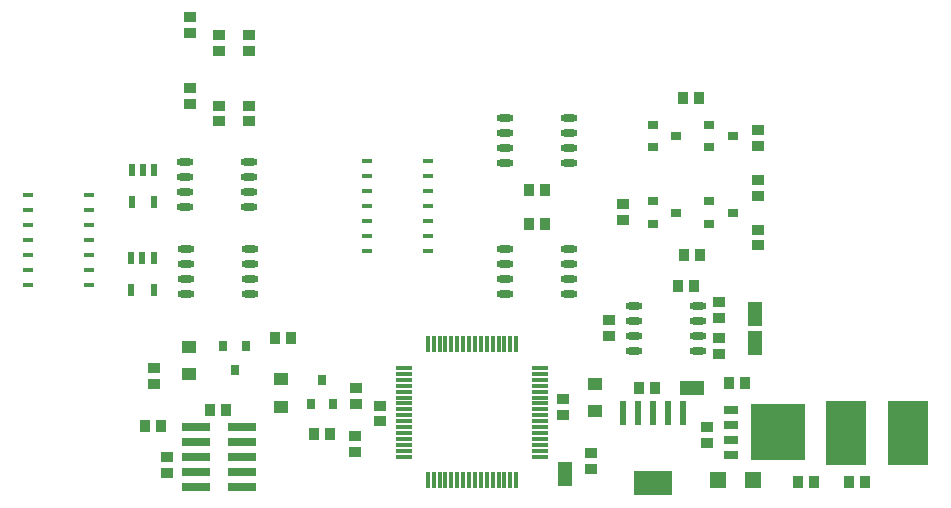
<source format=gtp>
G04*
G04 #@! TF.GenerationSoftware,Altium Limited,Altium Designer,19.0.14 (431)*
G04*
G04 Layer_Color=8421504*
%FSLAX25Y25*%
%MOIN*%
G70*
G01*
G75*
%ADD16R,0.03500X0.01654*%
%ADD17O,0.05709X0.02362*%
%ADD18R,0.03543X0.03937*%
%ADD19R,0.03543X0.03150*%
%ADD20R,0.03937X0.03543*%
%ADD21R,0.03150X0.03543*%
%ADD22R,0.05118X0.04331*%
%ADD23R,0.09449X0.02992*%
%ADD24R,0.08071X0.04528*%
%ADD25R,0.04528X0.08071*%
%ADD26R,0.05315X0.01181*%
%ADD27R,0.01181X0.05315*%
%ADD28R,0.02362X0.08268*%
%ADD29R,0.12598X0.08268*%
%ADD30R,0.18110X0.18504*%
%ADD31R,0.04528X0.02756*%
%ADD32R,0.05315X0.05709*%
%ADD33R,0.13780X0.21457*%
%ADD34R,0.02362X0.03937*%
D16*
X201575Y84008D02*
D03*
Y89008D02*
D03*
Y94008D02*
D03*
Y99008D02*
D03*
Y104008D02*
D03*
Y109008D02*
D03*
Y114008D02*
D03*
X181102Y84008D02*
D03*
Y89008D02*
D03*
Y94008D02*
D03*
Y99008D02*
D03*
Y104008D02*
D03*
Y109008D02*
D03*
Y114008D02*
D03*
X68110Y102795D02*
D03*
Y97795D02*
D03*
Y92795D02*
D03*
Y87795D02*
D03*
Y82795D02*
D03*
Y77795D02*
D03*
Y72795D02*
D03*
X88583Y102795D02*
D03*
Y97795D02*
D03*
Y92795D02*
D03*
Y87795D02*
D03*
Y82795D02*
D03*
Y77795D02*
D03*
Y72795D02*
D03*
D17*
X248524Y113366D02*
D03*
Y118366D02*
D03*
Y123366D02*
D03*
Y128366D02*
D03*
X227067Y113366D02*
D03*
Y118366D02*
D03*
Y123366D02*
D03*
Y128366D02*
D03*
X248524Y69621D02*
D03*
Y74621D02*
D03*
Y79621D02*
D03*
Y84621D02*
D03*
X227067Y69621D02*
D03*
Y74621D02*
D03*
Y79621D02*
D03*
Y84621D02*
D03*
X120374Y113799D02*
D03*
Y108799D02*
D03*
Y103799D02*
D03*
Y98799D02*
D03*
X141831Y113799D02*
D03*
Y108799D02*
D03*
Y103799D02*
D03*
Y98799D02*
D03*
X120768Y84665D02*
D03*
Y79665D02*
D03*
Y74665D02*
D03*
Y69665D02*
D03*
X142224Y84665D02*
D03*
Y79665D02*
D03*
Y74665D02*
D03*
Y69665D02*
D03*
X291437Y50768D02*
D03*
Y55768D02*
D03*
Y60768D02*
D03*
Y65768D02*
D03*
X269980Y50768D02*
D03*
Y55768D02*
D03*
Y60768D02*
D03*
Y65768D02*
D03*
D18*
X240453Y93110D02*
D03*
X235138D02*
D03*
X240453Y104331D02*
D03*
X235138D02*
D03*
X292028Y82677D02*
D03*
X286713D02*
D03*
X150492Y54991D02*
D03*
X155807D02*
D03*
X277067Y38583D02*
D03*
X271752D02*
D03*
X290059Y72441D02*
D03*
X284744D02*
D03*
X301673Y40157D02*
D03*
X306988D02*
D03*
X107185Y25591D02*
D03*
X112500D02*
D03*
X134153Y31102D02*
D03*
X128839D02*
D03*
X163484Y23071D02*
D03*
X168799D02*
D03*
X330217Y6968D02*
D03*
X324902D02*
D03*
X347146D02*
D03*
X341831D02*
D03*
X286417Y135039D02*
D03*
X291732D02*
D03*
D19*
X276378Y100591D02*
D03*
Y93110D02*
D03*
X284252Y96850D02*
D03*
X295276Y100591D02*
D03*
Y93110D02*
D03*
X303150Y96850D02*
D03*
X276378Y126181D02*
D03*
Y118701D02*
D03*
X284252Y122441D02*
D03*
X295276Y126181D02*
D03*
Y118701D02*
D03*
X303150Y122441D02*
D03*
D20*
X311319Y91240D02*
D03*
Y85925D02*
D03*
Y107677D02*
D03*
Y102362D02*
D03*
X311417Y118996D02*
D03*
Y124311D02*
D03*
X255906Y16831D02*
D03*
Y11516D02*
D03*
X261811Y60925D02*
D03*
Y55610D02*
D03*
X298425Y66929D02*
D03*
Y61614D02*
D03*
Y55118D02*
D03*
Y49803D02*
D03*
X114567Y9958D02*
D03*
Y15273D02*
D03*
X177165Y17028D02*
D03*
Y22343D02*
D03*
X177559Y33169D02*
D03*
Y38484D02*
D03*
X110236Y45177D02*
D03*
Y39862D02*
D03*
X185433Y32579D02*
D03*
Y27264D02*
D03*
X246457Y34646D02*
D03*
Y29331D02*
D03*
X294488Y20177D02*
D03*
Y25492D02*
D03*
X122047Y162106D02*
D03*
Y156791D02*
D03*
Y138484D02*
D03*
Y133169D02*
D03*
X131890Y156201D02*
D03*
Y150886D02*
D03*
X141732D02*
D03*
Y156201D02*
D03*
X131890Y132579D02*
D03*
Y127264D02*
D03*
X141732D02*
D03*
Y132579D02*
D03*
X266392Y94291D02*
D03*
Y99606D02*
D03*
D21*
X140748Y52362D02*
D03*
X133268D02*
D03*
X137008Y44488D02*
D03*
X166142Y40945D02*
D03*
X169882Y33071D02*
D03*
X162402D02*
D03*
D22*
X121653Y52165D02*
D03*
Y43110D02*
D03*
X257087Y39764D02*
D03*
Y30709D02*
D03*
X152362Y32228D02*
D03*
Y41283D02*
D03*
D23*
X124213Y25354D02*
D03*
X139567D02*
D03*
X124213Y20354D02*
D03*
X139567D02*
D03*
X124213Y15354D02*
D03*
X139567D02*
D03*
X124213Y10354D02*
D03*
X139567D02*
D03*
X124213Y5354D02*
D03*
X139567D02*
D03*
D24*
X289370Y38583D02*
D03*
D25*
X310630Y62992D02*
D03*
Y53543D02*
D03*
X247244Y9843D02*
D03*
D26*
X238779Y15551D02*
D03*
Y17520D02*
D03*
Y19488D02*
D03*
Y21457D02*
D03*
Y23425D02*
D03*
Y25394D02*
D03*
Y27362D02*
D03*
Y29331D02*
D03*
Y31299D02*
D03*
Y33268D02*
D03*
Y35236D02*
D03*
Y37205D02*
D03*
Y39173D02*
D03*
Y41142D02*
D03*
Y43110D02*
D03*
Y45079D02*
D03*
X193504D02*
D03*
Y43110D02*
D03*
Y41142D02*
D03*
Y39173D02*
D03*
Y37205D02*
D03*
Y35236D02*
D03*
Y33268D02*
D03*
Y31299D02*
D03*
Y29331D02*
D03*
Y27362D02*
D03*
Y25394D02*
D03*
Y23425D02*
D03*
Y21457D02*
D03*
Y19488D02*
D03*
Y17520D02*
D03*
Y15551D02*
D03*
D27*
X230906Y52953D02*
D03*
X228937D02*
D03*
X226969D02*
D03*
X225000D02*
D03*
X223031D02*
D03*
X221063D02*
D03*
X219094D02*
D03*
X217126D02*
D03*
X215158D02*
D03*
X213189D02*
D03*
X211221D02*
D03*
X209252D02*
D03*
X207283D02*
D03*
X205315D02*
D03*
X203346D02*
D03*
X201378D02*
D03*
Y7677D02*
D03*
X203346D02*
D03*
X205315D02*
D03*
X207283D02*
D03*
X209252D02*
D03*
X211221D02*
D03*
X213189D02*
D03*
X215158D02*
D03*
X217126D02*
D03*
X219094D02*
D03*
X221063D02*
D03*
X223031D02*
D03*
X225000D02*
D03*
X226969D02*
D03*
X228937D02*
D03*
X230906D02*
D03*
D28*
X286476Y30020D02*
D03*
X281476D02*
D03*
X276476D02*
D03*
X271476D02*
D03*
X266476D02*
D03*
D29*
X276476Y6594D02*
D03*
D30*
X318110Y23602D02*
D03*
D31*
X302362Y16102D02*
D03*
Y21102D02*
D03*
Y26102D02*
D03*
Y31102D02*
D03*
D32*
X298130Y7874D02*
D03*
X309744D02*
D03*
D33*
X340846Y23524D02*
D03*
X361516D02*
D03*
D34*
X110236Y111221D02*
D03*
X106496D02*
D03*
X102756D02*
D03*
Y100394D02*
D03*
X110236D02*
D03*
X110039Y81791D02*
D03*
X106299D02*
D03*
X102559D02*
D03*
Y70965D02*
D03*
X110039D02*
D03*
M02*

</source>
